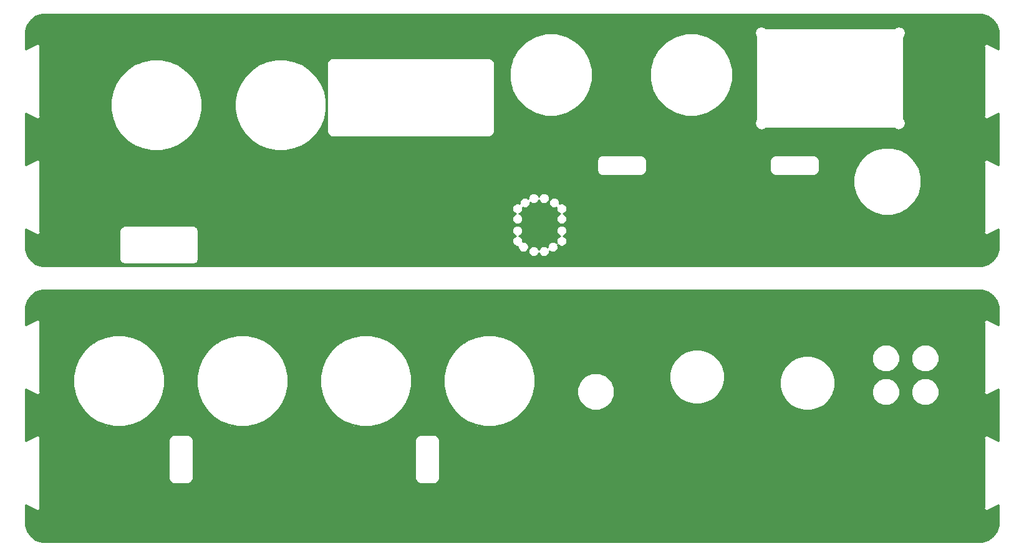
<source format=gbl>
G75*
%MOIN*%
%OFA0B0*%
%FSLAX24Y24*%
%IPPOS*%
%LPD*%
%AMOC8*
5,1,8,0,0,1.08239X$1,22.5*
%
%ADD10C,0.2165*%
%ADD11C,0.0100*%
D10*
X003347Y003563D03*
X003347Y013402D03*
X003347Y018327D03*
X003347Y028166D03*
X050985Y028166D03*
X050985Y018327D03*
X050985Y013402D03*
X050985Y003563D03*
D11*
X002075Y001494D02*
X001769Y001593D01*
X001508Y001783D01*
X001318Y002044D01*
X001218Y002351D01*
X001206Y002512D01*
X001206Y003451D01*
X001754Y003176D01*
X001781Y003150D01*
X001808Y003150D01*
X001831Y003138D01*
X001867Y003150D01*
X001905Y003150D01*
X001924Y003169D01*
X001949Y003177D01*
X001966Y003211D01*
X001993Y003237D01*
X001993Y003264D01*
X002005Y003288D01*
X001993Y003324D01*
X001993Y007015D01*
X002005Y007051D01*
X001993Y007075D01*
X001993Y007102D01*
X001966Y007129D01*
X001949Y007162D01*
X001924Y007171D01*
X001905Y007190D01*
X001867Y007190D01*
X001831Y007202D01*
X001808Y007190D01*
X001781Y007190D01*
X001754Y007163D01*
X001206Y006889D01*
X001206Y009651D01*
X001754Y009377D01*
X001781Y009350D01*
X001808Y009350D01*
X001831Y009338D01*
X001867Y009350D01*
X001905Y009350D01*
X001924Y009369D01*
X001949Y009378D01*
X001966Y009412D01*
X001993Y009438D01*
X001993Y009465D01*
X002005Y009489D01*
X001993Y009525D01*
X001993Y013216D01*
X002005Y013252D01*
X001993Y013276D01*
X001993Y013303D01*
X001966Y013329D01*
X001949Y013363D01*
X001924Y013372D01*
X001905Y013391D01*
X001867Y013391D01*
X001831Y013403D01*
X001808Y013391D01*
X001781Y013391D01*
X001754Y013364D01*
X001206Y013090D01*
X001206Y013930D01*
X001218Y014091D01*
X001318Y014398D01*
X001508Y014659D01*
X001769Y014848D01*
X002075Y014948D01*
X002237Y014961D01*
X052197Y014961D01*
X052359Y014948D01*
X052665Y014848D01*
X052926Y014659D01*
X053116Y014398D01*
X053216Y014091D01*
X053228Y013930D01*
X053228Y013090D01*
X052680Y013364D01*
X052653Y013391D01*
X052626Y013391D01*
X052602Y013403D01*
X052567Y013391D01*
X052529Y013391D01*
X052510Y013372D01*
X052485Y013363D01*
X052468Y013329D01*
X052441Y013303D01*
X052441Y013276D01*
X052429Y013252D01*
X052441Y013216D01*
X052441Y009525D01*
X052429Y009489D01*
X052441Y009465D01*
X052441Y009438D01*
X052468Y009412D01*
X052485Y009378D01*
X052510Y009369D01*
X052529Y009350D01*
X052567Y009350D01*
X052602Y009338D01*
X052626Y009350D01*
X052653Y009350D01*
X052680Y009377D01*
X053228Y009651D01*
X053228Y006889D01*
X052680Y007163D01*
X052653Y007190D01*
X052626Y007190D01*
X052602Y007202D01*
X052567Y007190D01*
X052529Y007190D01*
X052510Y007171D01*
X052485Y007162D01*
X052468Y007129D01*
X052441Y007102D01*
X052441Y007075D01*
X052429Y007051D01*
X052441Y007015D01*
X052441Y003324D01*
X052429Y003288D01*
X052441Y003264D01*
X052441Y003237D01*
X052468Y003211D01*
X052485Y003177D01*
X052510Y003169D01*
X052529Y003150D01*
X052567Y003150D01*
X052602Y003138D01*
X052626Y003150D01*
X052653Y003150D01*
X052680Y003176D01*
X053228Y003451D01*
X053228Y002574D01*
X053228Y002512D01*
X053216Y002351D01*
X053116Y002044D01*
X052926Y001783D01*
X052665Y001593D01*
X052359Y001494D01*
X052197Y001481D01*
X002237Y001481D01*
X002075Y001494D01*
X001970Y001528D02*
X052464Y001528D01*
X052711Y001627D02*
X001723Y001627D01*
X001587Y001725D02*
X052847Y001725D01*
X052956Y001824D02*
X001478Y001824D01*
X001407Y001922D02*
X053027Y001922D01*
X053099Y002021D02*
X001335Y002021D01*
X001294Y002119D02*
X053140Y002119D01*
X053172Y002218D02*
X001262Y002218D01*
X001230Y002316D02*
X053204Y002316D01*
X053221Y002415D02*
X001213Y002415D01*
X001206Y002513D02*
X053228Y002513D01*
X053228Y002612D02*
X001206Y002612D01*
X001206Y002710D02*
X053228Y002710D01*
X053228Y002809D02*
X001206Y002809D01*
X001206Y002907D02*
X053228Y002907D01*
X053228Y003006D02*
X001206Y003006D01*
X001206Y003104D02*
X053228Y003104D01*
X053228Y003203D02*
X052732Y003203D01*
X052929Y003301D02*
X053228Y003301D01*
X053228Y003400D02*
X053126Y003400D01*
X052472Y003203D02*
X001962Y003203D01*
X002001Y003301D02*
X052433Y003301D01*
X052441Y003400D02*
X001993Y003400D01*
X001993Y003498D02*
X052441Y003498D01*
X052441Y003597D02*
X001993Y003597D01*
X001993Y003695D02*
X052441Y003695D01*
X052441Y003794D02*
X001993Y003794D01*
X001993Y003892D02*
X052441Y003892D01*
X052441Y003991D02*
X001993Y003991D01*
X001993Y004089D02*
X052441Y004089D01*
X052441Y004188D02*
X001993Y004188D01*
X001993Y004286D02*
X052441Y004286D01*
X052441Y004385D02*
X001993Y004385D01*
X001993Y004483D02*
X052441Y004483D01*
X052441Y004582D02*
X001993Y004582D01*
X001993Y004680D02*
X008939Y004680D01*
X008939Y004680D01*
X008846Y004841D01*
X008846Y006925D01*
X008846Y006956D01*
X008939Y007117D01*
X008939Y007117D01*
X008939Y007117D01*
X009100Y007209D01*
X009916Y007209D01*
X010077Y007117D01*
X010077Y007117D01*
X010077Y007117D01*
X010170Y006956D01*
X010170Y004841D01*
X010077Y004680D01*
X010077Y004680D01*
X009916Y004587D01*
X009916Y004587D01*
X009100Y004587D01*
X008939Y004680D01*
X008939Y004680D01*
X008882Y004779D02*
X001993Y004779D01*
X001993Y004877D02*
X008846Y004877D01*
X008846Y004976D02*
X001993Y004976D01*
X001993Y005074D02*
X008846Y005074D01*
X008846Y005173D02*
X001993Y005173D01*
X001993Y005271D02*
X008846Y005271D01*
X008846Y005370D02*
X001993Y005370D01*
X001993Y005468D02*
X008846Y005468D01*
X008846Y005567D02*
X001993Y005567D01*
X001993Y005665D02*
X008846Y005665D01*
X008846Y005764D02*
X001993Y005764D01*
X001993Y005862D02*
X008846Y005862D01*
X008846Y005961D02*
X001993Y005961D01*
X001993Y006059D02*
X008846Y006059D01*
X008846Y006158D02*
X001993Y006158D01*
X001993Y006256D02*
X008846Y006256D01*
X008846Y006355D02*
X001993Y006355D01*
X001993Y006453D02*
X008846Y006453D01*
X008846Y006552D02*
X001993Y006552D01*
X001993Y006650D02*
X008846Y006650D01*
X008846Y006749D02*
X001993Y006749D01*
X001993Y006847D02*
X008846Y006847D01*
X008846Y006946D02*
X001993Y006946D01*
X002002Y007044D02*
X008898Y007044D01*
X008985Y007143D02*
X001959Y007143D01*
X001713Y007143D02*
X001206Y007143D01*
X001206Y007241D02*
X053228Y007241D01*
X053228Y007143D02*
X052721Y007143D01*
X052918Y007044D02*
X053228Y007044D01*
X053228Y006946D02*
X053115Y006946D01*
X053228Y007340D02*
X001206Y007340D01*
X001206Y007438D02*
X053228Y007438D01*
X053228Y007537D02*
X001206Y007537D01*
X001206Y007635D02*
X053228Y007635D01*
X053228Y007734D02*
X026661Y007734D01*
X026713Y007744D02*
X027159Y007929D01*
X027561Y008197D01*
X027903Y008539D01*
X028171Y008941D01*
X028356Y009387D01*
X028450Y009861D01*
X028450Y010344D01*
X028356Y010818D01*
X028171Y011265D01*
X027903Y011667D01*
X027561Y012008D01*
X027159Y012277D01*
X026713Y012462D01*
X052441Y012462D01*
X052441Y012560D02*
X001993Y012560D01*
X001993Y012462D02*
X005482Y012462D01*
X005035Y012277D01*
X004633Y012008D01*
X004292Y011667D01*
X004023Y011265D01*
X003838Y010818D01*
X003744Y010344D01*
X003744Y009861D01*
X003838Y009387D01*
X004023Y008941D01*
X004292Y008539D01*
X004633Y008197D01*
X005035Y007929D01*
X005482Y007744D01*
X005956Y007650D01*
X006439Y007650D01*
X006913Y007744D01*
X007359Y007929D01*
X007761Y008197D01*
X008103Y008539D01*
X008371Y008941D01*
X008556Y009387D01*
X008650Y009861D01*
X008650Y010344D01*
X008556Y010818D01*
X008371Y011265D01*
X008103Y011667D01*
X007761Y012008D01*
X007359Y012277D01*
X006913Y012462D01*
X012082Y012462D01*
X011635Y012277D01*
X011233Y012008D01*
X010892Y011667D01*
X010623Y011265D01*
X010438Y010818D01*
X010344Y010344D01*
X010344Y009861D01*
X010438Y009387D01*
X010623Y008941D01*
X010892Y008539D01*
X011233Y008197D01*
X011635Y007929D01*
X012082Y007744D01*
X012556Y007650D01*
X013039Y007650D01*
X013513Y007744D01*
X013959Y007929D01*
X014361Y008197D01*
X014703Y008539D01*
X014971Y008941D01*
X015156Y009387D01*
X015250Y009861D01*
X015250Y010344D01*
X015156Y010818D01*
X014971Y011265D01*
X014703Y011667D01*
X014361Y012008D01*
X013959Y012277D01*
X013513Y012462D01*
X018682Y012462D01*
X018235Y012277D01*
X017833Y012008D01*
X017492Y011667D01*
X017223Y011265D01*
X017038Y010818D01*
X016944Y010344D01*
X016944Y009861D01*
X017038Y009387D01*
X017223Y008941D01*
X017492Y008539D01*
X017833Y008197D01*
X018235Y007929D01*
X018682Y007744D01*
X019156Y007650D01*
X019639Y007650D01*
X020113Y007744D01*
X020559Y007929D01*
X020961Y008197D01*
X021303Y008539D01*
X021571Y008941D01*
X021756Y009387D01*
X021850Y009861D01*
X021850Y010344D01*
X021756Y010818D01*
X021571Y011265D01*
X021303Y011667D01*
X020961Y012008D01*
X020559Y012277D01*
X020113Y012462D01*
X025282Y012462D01*
X024835Y012277D01*
X024433Y012008D01*
X024092Y011667D01*
X023823Y011265D01*
X023638Y010818D01*
X023544Y010344D01*
X023544Y009861D01*
X023638Y009387D01*
X023823Y008941D01*
X024092Y008539D01*
X024433Y008197D01*
X024835Y007929D01*
X025282Y007744D01*
X025756Y007650D01*
X026239Y007650D01*
X026713Y007744D01*
X026926Y007832D02*
X053228Y007832D01*
X053228Y007931D02*
X027162Y007931D01*
X027309Y008029D02*
X053228Y008029D01*
X053228Y008128D02*
X027457Y008128D01*
X027590Y008226D02*
X053228Y008226D01*
X053228Y008325D02*
X027688Y008325D01*
X027787Y008423D02*
X053228Y008423D01*
X053228Y008522D02*
X043251Y008522D01*
X043192Y008506D02*
X043568Y008607D01*
X043905Y008801D01*
X044181Y009077D01*
X044375Y009414D01*
X044476Y009790D01*
X044476Y010179D01*
X044375Y010555D01*
X044181Y010893D01*
X043905Y011168D01*
X043568Y011363D01*
X043192Y011463D01*
X042803Y011463D01*
X042426Y011363D01*
X042089Y011168D01*
X041814Y010893D01*
X041619Y010555D01*
X041519Y010179D01*
X041519Y009790D01*
X041619Y009414D01*
X041814Y009077D01*
X042089Y008801D01*
X042426Y008607D01*
X042803Y008506D01*
X043192Y008506D01*
X043591Y008620D02*
X053228Y008620D01*
X053228Y008719D02*
X043762Y008719D01*
X043921Y008817D02*
X046950Y008817D01*
X047050Y008776D02*
X047345Y008776D01*
X047617Y008888D01*
X047825Y009097D01*
X047938Y009369D01*
X047938Y009663D01*
X047825Y009936D01*
X047617Y010144D01*
X047345Y010257D01*
X047050Y010257D01*
X046778Y010144D01*
X046569Y009936D01*
X046457Y009663D01*
X046457Y009369D01*
X046569Y009097D01*
X046778Y008888D01*
X047050Y008776D01*
X046750Y008916D02*
X044019Y008916D01*
X044118Y009014D02*
X046652Y009014D01*
X046563Y009113D02*
X044201Y009113D01*
X044258Y009211D02*
X046522Y009211D01*
X046481Y009310D02*
X044315Y009310D01*
X044372Y009408D02*
X046457Y009408D01*
X046457Y009507D02*
X044400Y009507D01*
X044426Y009605D02*
X046457Y009605D01*
X046473Y009704D02*
X044453Y009704D01*
X044476Y009802D02*
X046514Y009802D01*
X046555Y009901D02*
X044476Y009901D01*
X044476Y009999D02*
X046633Y009999D01*
X046731Y010098D02*
X044476Y010098D01*
X044471Y010196D02*
X046904Y010196D01*
X047050Y010575D02*
X047345Y010575D01*
X047617Y010688D01*
X047825Y010896D01*
X047938Y011168D01*
X047938Y011463D01*
X047825Y011735D01*
X047617Y011943D01*
X047345Y012056D01*
X047050Y012056D01*
X046778Y011943D01*
X046569Y011735D01*
X046457Y011463D01*
X046457Y011168D01*
X046569Y010896D01*
X046778Y010688D01*
X047050Y010575D01*
X047013Y010590D02*
X044355Y010590D01*
X044392Y010492D02*
X052441Y010492D01*
X052441Y010590D02*
X049482Y010590D01*
X049445Y010575D02*
X049717Y010688D01*
X049925Y010896D01*
X050038Y011168D01*
X050038Y011463D01*
X049925Y011735D01*
X049717Y011943D01*
X049445Y012056D01*
X049150Y012056D01*
X048878Y011943D01*
X048669Y011735D01*
X048557Y011463D01*
X048557Y011168D01*
X048669Y010896D01*
X048878Y010688D01*
X049150Y010575D01*
X049445Y010575D01*
X049718Y010689D02*
X052441Y010689D01*
X052441Y010787D02*
X049816Y010787D01*
X049915Y010886D02*
X052441Y010886D01*
X052441Y010984D02*
X049962Y010984D01*
X050002Y011083D02*
X052441Y011083D01*
X052441Y011181D02*
X050038Y011181D01*
X050038Y011280D02*
X052441Y011280D01*
X052441Y011378D02*
X050038Y011378D01*
X050032Y011477D02*
X052441Y011477D01*
X052441Y011575D02*
X049991Y011575D01*
X049950Y011674D02*
X052441Y011674D01*
X052441Y011772D02*
X049888Y011772D01*
X049789Y011871D02*
X052441Y011871D01*
X052441Y011969D02*
X049654Y011969D01*
X048940Y011969D02*
X047554Y011969D01*
X047689Y011871D02*
X048805Y011871D01*
X048707Y011772D02*
X047788Y011772D01*
X047850Y011674D02*
X048644Y011674D01*
X048603Y011575D02*
X047891Y011575D01*
X047932Y011477D02*
X048562Y011477D01*
X048557Y011378D02*
X047938Y011378D01*
X047938Y011280D02*
X048557Y011280D01*
X048557Y011181D02*
X047938Y011181D01*
X047902Y011083D02*
X048592Y011083D01*
X048633Y010984D02*
X047862Y010984D01*
X047815Y010886D02*
X048680Y010886D01*
X048778Y010787D02*
X047716Y010787D01*
X047618Y010689D02*
X048877Y010689D01*
X049113Y010590D02*
X047382Y010590D01*
X047491Y010196D02*
X049004Y010196D01*
X048878Y010144D02*
X048669Y009936D01*
X048557Y009663D01*
X048557Y009369D01*
X048669Y009097D01*
X048878Y008888D01*
X049150Y008776D01*
X049445Y008776D01*
X049717Y008888D01*
X049925Y009097D01*
X050038Y009369D01*
X050038Y009663D01*
X049925Y009936D01*
X049717Y010144D01*
X049445Y010257D01*
X049150Y010257D01*
X048878Y010144D01*
X048831Y010098D02*
X047663Y010098D01*
X047762Y009999D02*
X048733Y009999D01*
X048655Y009901D02*
X047840Y009901D01*
X047880Y009802D02*
X048614Y009802D01*
X048573Y009704D02*
X047921Y009704D01*
X047938Y009605D02*
X048557Y009605D01*
X048557Y009507D02*
X047938Y009507D01*
X047938Y009408D02*
X048557Y009408D01*
X048581Y009310D02*
X047913Y009310D01*
X047872Y009211D02*
X048622Y009211D01*
X048663Y009113D02*
X047832Y009113D01*
X047743Y009014D02*
X048752Y009014D01*
X048850Y008916D02*
X047644Y008916D01*
X047445Y008817D02*
X049050Y008817D01*
X049545Y008817D02*
X053228Y008817D01*
X053228Y008916D02*
X049744Y008916D01*
X049843Y009014D02*
X053228Y009014D01*
X053228Y009113D02*
X049932Y009113D01*
X049972Y009211D02*
X053228Y009211D01*
X053228Y009310D02*
X050013Y009310D01*
X050038Y009408D02*
X052469Y009408D01*
X052435Y009507D02*
X050038Y009507D01*
X050038Y009605D02*
X052441Y009605D01*
X052441Y009704D02*
X050021Y009704D01*
X049980Y009802D02*
X052441Y009802D01*
X052441Y009901D02*
X049940Y009901D01*
X049862Y009999D02*
X052441Y009999D01*
X052441Y010098D02*
X049763Y010098D01*
X049591Y010196D02*
X052441Y010196D01*
X052441Y010295D02*
X044445Y010295D01*
X044419Y010393D02*
X052441Y010393D01*
X052939Y009507D02*
X053228Y009507D01*
X053228Y009605D02*
X053136Y009605D01*
X053228Y009408D02*
X052742Y009408D01*
X052475Y007143D02*
X023221Y007143D01*
X023266Y007117D02*
X023105Y007209D01*
X023105Y007209D01*
X022289Y007209D01*
X022128Y007117D01*
X022128Y007117D01*
X022128Y007117D01*
X022035Y006956D01*
X022035Y006925D01*
X022035Y004841D01*
X022128Y004680D01*
X010077Y004680D01*
X010134Y004779D02*
X022071Y004779D01*
X022035Y004877D02*
X010170Y004877D01*
X010170Y004976D02*
X022035Y004976D01*
X022035Y005074D02*
X010170Y005074D01*
X010170Y005173D02*
X022035Y005173D01*
X022035Y005271D02*
X010170Y005271D01*
X010170Y005370D02*
X022035Y005370D01*
X022035Y005468D02*
X010170Y005468D01*
X010170Y005567D02*
X022035Y005567D01*
X022035Y005665D02*
X010170Y005665D01*
X010170Y005764D02*
X022035Y005764D01*
X022035Y005862D02*
X010170Y005862D01*
X010170Y005961D02*
X022035Y005961D01*
X022035Y006059D02*
X010170Y006059D01*
X010170Y006158D02*
X022035Y006158D01*
X022035Y006256D02*
X010170Y006256D01*
X010170Y006355D02*
X022035Y006355D01*
X022035Y006453D02*
X010170Y006453D01*
X010170Y006552D02*
X022035Y006552D01*
X022035Y006650D02*
X010170Y006650D01*
X010170Y006749D02*
X022035Y006749D01*
X022035Y006847D02*
X010170Y006847D01*
X010170Y006946D02*
X022035Y006946D01*
X022087Y007044D02*
X010119Y007044D01*
X010032Y007143D02*
X022174Y007143D01*
X023266Y007117D02*
X023266Y007117D01*
X023359Y006956D01*
X023359Y004841D01*
X023266Y004680D01*
X052441Y004680D01*
X052441Y004779D02*
X023323Y004779D01*
X023359Y004877D02*
X052441Y004877D01*
X052441Y004976D02*
X023359Y004976D01*
X023359Y005074D02*
X052441Y005074D01*
X052441Y005173D02*
X023359Y005173D01*
X023359Y005271D02*
X052441Y005271D01*
X052441Y005370D02*
X023359Y005370D01*
X023359Y005468D02*
X052441Y005468D01*
X052441Y005567D02*
X023359Y005567D01*
X023359Y005665D02*
X052441Y005665D01*
X052441Y005764D02*
X023359Y005764D01*
X023359Y005862D02*
X052441Y005862D01*
X052441Y005961D02*
X023359Y005961D01*
X023359Y006059D02*
X052441Y006059D01*
X052441Y006158D02*
X023359Y006158D01*
X023359Y006256D02*
X052441Y006256D01*
X052441Y006355D02*
X023359Y006355D01*
X023359Y006453D02*
X052441Y006453D01*
X052441Y006552D02*
X023359Y006552D01*
X023359Y006650D02*
X052441Y006650D01*
X052441Y006749D02*
X023359Y006749D01*
X023359Y006847D02*
X052441Y006847D01*
X052441Y006946D02*
X023359Y006946D01*
X023308Y007044D02*
X052431Y007044D01*
X046777Y010689D02*
X044298Y010689D01*
X044241Y010787D02*
X046678Y010787D01*
X046580Y010886D02*
X044185Y010886D01*
X044089Y010984D02*
X046533Y010984D01*
X046492Y011083D02*
X043991Y011083D01*
X043882Y011181D02*
X046457Y011181D01*
X046457Y011280D02*
X043712Y011280D01*
X043510Y011378D02*
X046457Y011378D01*
X046462Y011477D02*
X038031Y011477D01*
X038005Y011503D02*
X037668Y011697D01*
X037292Y011798D01*
X036903Y011798D01*
X036526Y011697D01*
X036189Y011503D01*
X035914Y011227D01*
X035719Y010890D01*
X035619Y010514D01*
X035619Y010125D01*
X035719Y009749D01*
X035914Y009411D01*
X036189Y009136D01*
X036526Y008941D01*
X036903Y008841D01*
X037292Y008841D01*
X037668Y008941D01*
X038005Y009136D01*
X038281Y009411D01*
X038475Y009749D01*
X038576Y010125D01*
X038576Y010514D01*
X038475Y010890D01*
X038281Y011227D01*
X038005Y011503D01*
X037880Y011575D02*
X046503Y011575D01*
X046544Y011674D02*
X037709Y011674D01*
X037389Y011772D02*
X046607Y011772D01*
X046705Y011871D02*
X027699Y011871D01*
X027600Y011969D02*
X046840Y011969D01*
X042484Y011378D02*
X038130Y011378D01*
X038228Y011280D02*
X042283Y011280D01*
X042112Y011181D02*
X038307Y011181D01*
X038364Y011083D02*
X042004Y011083D01*
X041905Y010984D02*
X038421Y010984D01*
X038476Y010886D02*
X041810Y010886D01*
X041753Y010787D02*
X038503Y010787D01*
X038529Y010689D02*
X041696Y010689D01*
X041639Y010590D02*
X038556Y010590D01*
X038576Y010492D02*
X041602Y010492D01*
X041576Y010393D02*
X038576Y010393D01*
X038576Y010295D02*
X041549Y010295D01*
X041523Y010196D02*
X038576Y010196D01*
X038569Y010098D02*
X041519Y010098D01*
X041519Y009999D02*
X038542Y009999D01*
X038516Y009901D02*
X041519Y009901D01*
X041519Y009802D02*
X038490Y009802D01*
X038449Y009704D02*
X041542Y009704D01*
X041568Y009605D02*
X038392Y009605D01*
X038336Y009507D02*
X041594Y009507D01*
X041623Y009408D02*
X038277Y009408D01*
X038179Y009310D02*
X041679Y009310D01*
X041736Y009211D02*
X038080Y009211D01*
X037965Y009113D02*
X041793Y009113D01*
X041877Y009014D02*
X037794Y009014D01*
X037572Y008916D02*
X041975Y008916D01*
X042074Y008817D02*
X032392Y008817D01*
X032490Y008916D02*
X036622Y008916D01*
X036400Y009014D02*
X032561Y009014D01*
X032542Y008967D02*
X032694Y009334D01*
X032694Y009730D01*
X032542Y010096D01*
X032262Y010377D01*
X031895Y010528D01*
X031499Y010528D01*
X031133Y010377D01*
X030852Y010096D01*
X030701Y009730D01*
X030701Y009334D01*
X030852Y008967D01*
X031133Y008687D01*
X031499Y008535D01*
X031895Y008535D01*
X032262Y008687D01*
X032542Y008967D01*
X032602Y009113D02*
X036230Y009113D01*
X036114Y009211D02*
X032643Y009211D01*
X032684Y009310D02*
X036016Y009310D01*
X035917Y009408D02*
X032694Y009408D01*
X032694Y009507D02*
X035859Y009507D01*
X035802Y009605D02*
X032694Y009605D01*
X032694Y009704D02*
X035745Y009704D01*
X035705Y009802D02*
X032664Y009802D01*
X032623Y009901D02*
X035679Y009901D01*
X035652Y009999D02*
X032582Y009999D01*
X032541Y010098D02*
X035626Y010098D01*
X035619Y010196D02*
X032442Y010196D01*
X032344Y010295D02*
X035619Y010295D01*
X035619Y010393D02*
X032222Y010393D01*
X031984Y010492D02*
X035619Y010492D01*
X035639Y010590D02*
X028402Y010590D01*
X028421Y010492D02*
X031410Y010492D01*
X031173Y010393D02*
X028441Y010393D01*
X028450Y010295D02*
X031051Y010295D01*
X030952Y010196D02*
X028450Y010196D01*
X028450Y010098D02*
X030854Y010098D01*
X030812Y009999D02*
X028450Y009999D01*
X028450Y009901D02*
X030771Y009901D01*
X030731Y009802D02*
X028439Y009802D01*
X028419Y009704D02*
X030701Y009704D01*
X030701Y009605D02*
X028399Y009605D01*
X028380Y009507D02*
X030701Y009507D01*
X030701Y009408D02*
X028360Y009408D01*
X028324Y009310D02*
X030711Y009310D01*
X030752Y009211D02*
X028283Y009211D01*
X028242Y009113D02*
X030792Y009113D01*
X030833Y009014D02*
X028202Y009014D01*
X028154Y008916D02*
X030904Y008916D01*
X031003Y008817D02*
X028089Y008817D01*
X028023Y008719D02*
X031101Y008719D01*
X031295Y008620D02*
X027957Y008620D01*
X027885Y008522D02*
X042744Y008522D01*
X042403Y008620D02*
X032100Y008620D01*
X032293Y008719D02*
X042233Y008719D01*
X036806Y011772D02*
X027797Y011772D01*
X027896Y011674D02*
X036486Y011674D01*
X036315Y011575D02*
X027964Y011575D01*
X028030Y011477D02*
X036163Y011477D01*
X036065Y011378D02*
X028095Y011378D01*
X028161Y011280D02*
X035966Y011280D01*
X035887Y011181D02*
X028206Y011181D01*
X028247Y011083D02*
X035830Y011083D01*
X035774Y010984D02*
X028287Y010984D01*
X028328Y010886D02*
X035718Y010886D01*
X035692Y010787D02*
X028362Y010787D01*
X028382Y010689D02*
X035665Y010689D01*
X027472Y012068D02*
X052441Y012068D01*
X052441Y012166D02*
X027325Y012166D01*
X027177Y012265D02*
X052441Y012265D01*
X052441Y012363D02*
X026951Y012363D01*
X026713Y012462D02*
X026239Y012556D01*
X025756Y012556D01*
X025282Y012462D01*
X025044Y012363D02*
X020351Y012363D01*
X020577Y012265D02*
X024817Y012265D01*
X024670Y012166D02*
X020725Y012166D01*
X020872Y012068D02*
X024522Y012068D01*
X024394Y011969D02*
X021000Y011969D01*
X021099Y011871D02*
X024296Y011871D01*
X024197Y011772D02*
X021197Y011772D01*
X021296Y011674D02*
X024099Y011674D01*
X024031Y011575D02*
X021364Y011575D01*
X021430Y011477D02*
X023965Y011477D01*
X023899Y011378D02*
X021495Y011378D01*
X021561Y011280D02*
X023833Y011280D01*
X023789Y011181D02*
X021606Y011181D01*
X021647Y011083D02*
X023748Y011083D01*
X023707Y010984D02*
X021687Y010984D01*
X021728Y010886D02*
X023666Y010886D01*
X023632Y010787D02*
X021762Y010787D01*
X021782Y010689D02*
X023613Y010689D01*
X023593Y010590D02*
X021802Y010590D01*
X021821Y010492D02*
X023573Y010492D01*
X023554Y010393D02*
X021841Y010393D01*
X021850Y010295D02*
X023544Y010295D01*
X023544Y010196D02*
X021850Y010196D01*
X021850Y010098D02*
X023544Y010098D01*
X023544Y009999D02*
X021850Y009999D01*
X021850Y009901D02*
X023544Y009901D01*
X023556Y009802D02*
X021839Y009802D01*
X021819Y009704D02*
X023575Y009704D01*
X023595Y009605D02*
X021799Y009605D01*
X021780Y009507D02*
X023615Y009507D01*
X023634Y009408D02*
X021760Y009408D01*
X021724Y009310D02*
X023670Y009310D01*
X023711Y009211D02*
X021683Y009211D01*
X021642Y009113D02*
X023752Y009113D01*
X023793Y009014D02*
X021602Y009014D01*
X021554Y008916D02*
X023840Y008916D01*
X023906Y008817D02*
X021489Y008817D01*
X021423Y008719D02*
X023972Y008719D01*
X024038Y008620D02*
X021357Y008620D01*
X021285Y008522D02*
X024109Y008522D01*
X024208Y008423D02*
X021187Y008423D01*
X021088Y008325D02*
X024306Y008325D01*
X024405Y008226D02*
X020990Y008226D01*
X020857Y008128D02*
X024538Y008128D01*
X024685Y008029D02*
X020709Y008029D01*
X020562Y007931D02*
X024833Y007931D01*
X025069Y007832D02*
X020326Y007832D01*
X020061Y007734D02*
X025333Y007734D01*
X023266Y004680D02*
X023266Y004680D01*
X023266Y004680D01*
X023105Y004587D01*
X022289Y004587D01*
X022128Y004680D01*
X022128Y004680D01*
X022128Y004680D01*
X018733Y007734D02*
X013461Y007734D01*
X013726Y007832D02*
X018469Y007832D01*
X018233Y007931D02*
X013962Y007931D01*
X014109Y008029D02*
X018085Y008029D01*
X017938Y008128D02*
X014257Y008128D01*
X014390Y008226D02*
X017805Y008226D01*
X017706Y008325D02*
X014488Y008325D01*
X014587Y008423D02*
X017608Y008423D01*
X017509Y008522D02*
X014685Y008522D01*
X014757Y008620D02*
X017438Y008620D01*
X017372Y008719D02*
X014823Y008719D01*
X014889Y008817D02*
X017306Y008817D01*
X017240Y008916D02*
X014954Y008916D01*
X015002Y009014D02*
X017193Y009014D01*
X017152Y009113D02*
X015042Y009113D01*
X015083Y009211D02*
X017111Y009211D01*
X017070Y009310D02*
X015124Y009310D01*
X015160Y009408D02*
X017034Y009408D01*
X017015Y009507D02*
X015180Y009507D01*
X015199Y009605D02*
X016995Y009605D01*
X016975Y009704D02*
X015219Y009704D01*
X015239Y009802D02*
X016956Y009802D01*
X016944Y009901D02*
X015250Y009901D01*
X015250Y009999D02*
X016944Y009999D01*
X016944Y010098D02*
X015250Y010098D01*
X015250Y010196D02*
X016944Y010196D01*
X016944Y010295D02*
X015250Y010295D01*
X015241Y010393D02*
X016954Y010393D01*
X016973Y010492D02*
X015221Y010492D01*
X015202Y010590D02*
X016993Y010590D01*
X017013Y010689D02*
X015182Y010689D01*
X015162Y010787D02*
X017032Y010787D01*
X017066Y010886D02*
X015128Y010886D01*
X015087Y010984D02*
X017107Y010984D01*
X017148Y011083D02*
X015047Y011083D01*
X015006Y011181D02*
X017189Y011181D01*
X017233Y011280D02*
X014961Y011280D01*
X014895Y011378D02*
X017299Y011378D01*
X017365Y011477D02*
X014830Y011477D01*
X014764Y011575D02*
X017431Y011575D01*
X017499Y011674D02*
X014696Y011674D01*
X014597Y011772D02*
X017597Y011772D01*
X017696Y011871D02*
X014499Y011871D01*
X014400Y011969D02*
X017794Y011969D01*
X017922Y012068D02*
X014272Y012068D01*
X014125Y012166D02*
X018070Y012166D01*
X018217Y012265D02*
X013977Y012265D01*
X013751Y012363D02*
X018444Y012363D01*
X018682Y012462D02*
X019156Y012556D01*
X019639Y012556D01*
X020113Y012462D01*
X013513Y012462D02*
X013039Y012556D01*
X012556Y012556D01*
X012082Y012462D01*
X011844Y012363D02*
X007151Y012363D01*
X007377Y012265D02*
X011617Y012265D01*
X011470Y012166D02*
X007525Y012166D01*
X007672Y012068D02*
X011322Y012068D01*
X011194Y011969D02*
X007800Y011969D01*
X007899Y011871D02*
X011096Y011871D01*
X010997Y011772D02*
X007997Y011772D01*
X008096Y011674D02*
X010899Y011674D01*
X010831Y011575D02*
X008164Y011575D01*
X008230Y011477D02*
X010765Y011477D01*
X010699Y011378D02*
X008295Y011378D01*
X008361Y011280D02*
X010633Y011280D01*
X010589Y011181D02*
X008406Y011181D01*
X008447Y011083D02*
X010548Y011083D01*
X010507Y010984D02*
X008487Y010984D01*
X008528Y010886D02*
X010466Y010886D01*
X010432Y010787D02*
X008562Y010787D01*
X008582Y010689D02*
X010413Y010689D01*
X010393Y010590D02*
X008602Y010590D01*
X008621Y010492D02*
X010373Y010492D01*
X010354Y010393D02*
X008641Y010393D01*
X008650Y010295D02*
X010344Y010295D01*
X010344Y010196D02*
X008650Y010196D01*
X008650Y010098D02*
X010344Y010098D01*
X010344Y009999D02*
X008650Y009999D01*
X008650Y009901D02*
X010344Y009901D01*
X010356Y009802D02*
X008639Y009802D01*
X008619Y009704D02*
X010375Y009704D01*
X010395Y009605D02*
X008599Y009605D01*
X008580Y009507D02*
X010415Y009507D01*
X010434Y009408D02*
X008560Y009408D01*
X008524Y009310D02*
X010470Y009310D01*
X010511Y009211D02*
X008483Y009211D01*
X008442Y009113D02*
X010552Y009113D01*
X010593Y009014D02*
X008402Y009014D01*
X008354Y008916D02*
X010640Y008916D01*
X010706Y008817D02*
X008289Y008817D01*
X008223Y008719D02*
X010772Y008719D01*
X010838Y008620D02*
X008157Y008620D01*
X008085Y008522D02*
X010909Y008522D01*
X011008Y008423D02*
X007987Y008423D01*
X007888Y008325D02*
X011106Y008325D01*
X011205Y008226D02*
X007790Y008226D01*
X007657Y008128D02*
X011338Y008128D01*
X011485Y008029D02*
X007509Y008029D01*
X007362Y007931D02*
X011633Y007931D01*
X011869Y007832D02*
X007126Y007832D01*
X006861Y007734D02*
X012133Y007734D01*
X005533Y007734D02*
X001206Y007734D01*
X001206Y007832D02*
X005269Y007832D01*
X005033Y007931D02*
X001206Y007931D01*
X001206Y008029D02*
X004885Y008029D01*
X004738Y008128D02*
X001206Y008128D01*
X001206Y008226D02*
X004605Y008226D01*
X004506Y008325D02*
X001206Y008325D01*
X001206Y008423D02*
X004408Y008423D01*
X004309Y008522D02*
X001206Y008522D01*
X001206Y008620D02*
X004238Y008620D01*
X004172Y008719D02*
X001206Y008719D01*
X001206Y008817D02*
X004106Y008817D01*
X004040Y008916D02*
X001206Y008916D01*
X001206Y009014D02*
X003993Y009014D01*
X003952Y009113D02*
X001206Y009113D01*
X001206Y009211D02*
X003911Y009211D01*
X003870Y009310D02*
X001206Y009310D01*
X001206Y009408D02*
X001692Y009408D01*
X001495Y009507D02*
X001206Y009507D01*
X001206Y009605D02*
X001298Y009605D01*
X001993Y009605D02*
X003795Y009605D01*
X003815Y009507D02*
X001999Y009507D01*
X001964Y009408D02*
X003834Y009408D01*
X003775Y009704D02*
X001993Y009704D01*
X001993Y009802D02*
X003756Y009802D01*
X003744Y009901D02*
X001993Y009901D01*
X001993Y009999D02*
X003744Y009999D01*
X003744Y010098D02*
X001993Y010098D01*
X001993Y010196D02*
X003744Y010196D01*
X003744Y010295D02*
X001993Y010295D01*
X001993Y010393D02*
X003754Y010393D01*
X003773Y010492D02*
X001993Y010492D01*
X001993Y010590D02*
X003793Y010590D01*
X003813Y010689D02*
X001993Y010689D01*
X001993Y010787D02*
X003832Y010787D01*
X003866Y010886D02*
X001993Y010886D01*
X001993Y010984D02*
X003907Y010984D01*
X003948Y011083D02*
X001993Y011083D01*
X001993Y011181D02*
X003989Y011181D01*
X004033Y011280D02*
X001993Y011280D01*
X001993Y011378D02*
X004099Y011378D01*
X004165Y011477D02*
X001993Y011477D01*
X001993Y011575D02*
X004231Y011575D01*
X004299Y011674D02*
X001993Y011674D01*
X001993Y011772D02*
X004397Y011772D01*
X004496Y011871D02*
X001993Y011871D01*
X001993Y011969D02*
X004594Y011969D01*
X004722Y012068D02*
X001993Y012068D01*
X001993Y012166D02*
X004870Y012166D01*
X005017Y012265D02*
X001993Y012265D01*
X001993Y012363D02*
X005244Y012363D01*
X005482Y012462D02*
X005956Y012556D01*
X006439Y012556D01*
X006913Y012462D01*
X001993Y012659D02*
X052441Y012659D01*
X052441Y012757D02*
X001993Y012757D01*
X001993Y012856D02*
X052441Y012856D01*
X052441Y012954D02*
X001993Y012954D01*
X001993Y013053D02*
X052441Y013053D01*
X052441Y013151D02*
X001993Y013151D01*
X002004Y013250D02*
X052430Y013250D01*
X052477Y013348D02*
X001957Y013348D01*
X001723Y013348D02*
X001206Y013348D01*
X001206Y013250D02*
X001526Y013250D01*
X001329Y013151D02*
X001206Y013151D01*
X001206Y013447D02*
X053228Y013447D01*
X053228Y013545D02*
X001206Y013545D01*
X001206Y013644D02*
X053228Y013644D01*
X053228Y013742D02*
X001206Y013742D01*
X001206Y013841D02*
X053228Y013841D01*
X053228Y013939D02*
X001206Y013939D01*
X001214Y014038D02*
X053220Y014038D01*
X053201Y014136D02*
X001233Y014136D01*
X001265Y014235D02*
X053169Y014235D01*
X053137Y014333D02*
X001297Y014333D01*
X001343Y014432D02*
X053091Y014432D01*
X053020Y014530D02*
X001414Y014530D01*
X001486Y014629D02*
X052948Y014629D01*
X052832Y014727D02*
X001602Y014727D01*
X001737Y014826D02*
X052696Y014826D01*
X052432Y014924D02*
X002002Y014924D01*
X002075Y016258D02*
X001769Y016357D01*
X001508Y016547D01*
X001318Y016808D01*
X001218Y017115D01*
X001206Y017276D01*
X001206Y018214D01*
X001754Y017940D01*
X001781Y017913D01*
X001808Y017913D01*
X001831Y017901D01*
X001867Y017913D01*
X001905Y017913D01*
X001924Y017932D01*
X001949Y017941D01*
X001966Y017975D01*
X001993Y018001D01*
X001993Y018028D01*
X002005Y018052D01*
X001993Y018088D01*
X001993Y021779D01*
X002005Y021815D01*
X001993Y021839D01*
X001993Y021866D01*
X001966Y021892D01*
X001949Y021926D01*
X001924Y021935D01*
X001905Y021954D01*
X001867Y021954D01*
X001831Y021965D01*
X001808Y021954D01*
X001781Y021954D01*
X001754Y021927D01*
X001206Y021653D01*
X001206Y024415D01*
X001754Y024141D01*
X001781Y024114D01*
X001808Y024114D01*
X001831Y024102D01*
X001867Y024114D01*
X001905Y024114D01*
X001924Y024133D01*
X001949Y024142D01*
X001966Y024175D01*
X001993Y024202D01*
X001993Y024229D01*
X002005Y024253D01*
X001993Y024289D01*
X001993Y027980D01*
X002005Y028016D01*
X001993Y028040D01*
X001993Y028066D01*
X001966Y028093D01*
X001949Y028127D01*
X001924Y028135D01*
X001905Y028154D01*
X001867Y028154D01*
X001831Y028166D01*
X001808Y028154D01*
X001781Y028154D01*
X001754Y028128D01*
X001206Y027853D01*
X001206Y028693D01*
X001218Y028855D01*
X001318Y029161D01*
X001508Y029422D01*
X001769Y029612D01*
X002075Y029712D01*
X002237Y029724D01*
X052197Y029724D01*
X052359Y029712D01*
X052665Y029612D01*
X052926Y029422D01*
X053116Y029161D01*
X053216Y028855D01*
X053228Y028693D01*
X053228Y027853D01*
X052680Y028128D01*
X052653Y028154D01*
X052626Y028154D01*
X052602Y028166D01*
X052567Y028154D01*
X052529Y028154D01*
X052510Y028135D01*
X052485Y028127D01*
X052468Y028093D01*
X052441Y028066D01*
X052441Y028040D01*
X052429Y028016D01*
X052441Y027980D01*
X052441Y024289D01*
X052429Y024253D01*
X052441Y024229D01*
X052441Y024202D01*
X052468Y024175D01*
X052485Y024142D01*
X052510Y024133D01*
X052529Y024114D01*
X052567Y024114D01*
X052602Y024102D01*
X052626Y024114D01*
X052653Y024114D01*
X052680Y024141D01*
X053228Y024415D01*
X053228Y021653D01*
X052680Y021927D01*
X052653Y021954D01*
X052626Y021954D01*
X052602Y021965D01*
X052567Y021954D01*
X052529Y021954D01*
X052510Y021935D01*
X052485Y021926D01*
X052468Y021892D01*
X052441Y021866D01*
X052441Y021839D01*
X052429Y021815D01*
X052441Y021779D01*
X052441Y018088D01*
X052429Y018052D01*
X052441Y018028D01*
X052441Y018001D01*
X052468Y017975D01*
X052485Y017941D01*
X052510Y017932D01*
X052529Y017913D01*
X052567Y017913D01*
X052602Y017901D01*
X052626Y017913D01*
X052653Y017913D01*
X052680Y017940D01*
X053228Y018214D01*
X053228Y017338D01*
X053228Y017276D01*
X053216Y017115D01*
X053116Y016808D01*
X052926Y016547D01*
X052665Y016357D01*
X052359Y016258D01*
X052197Y016245D01*
X002237Y016245D01*
X002075Y016258D01*
X001935Y016303D02*
X052499Y016303D01*
X052726Y016402D02*
X010321Y016402D01*
X010372Y016432D02*
X010372Y016432D01*
X010465Y016592D01*
X010465Y016623D01*
X010465Y018156D01*
X010372Y018317D01*
X010211Y018410D01*
X006482Y018410D01*
X006321Y018317D01*
X006228Y018156D01*
X006228Y016592D01*
X006321Y016432D01*
X006321Y016432D01*
X006482Y016339D01*
X010211Y016339D01*
X010372Y016432D01*
X010372Y016432D01*
X010412Y016500D02*
X052862Y016500D01*
X052964Y016599D02*
X010465Y016599D01*
X010465Y016697D02*
X053036Y016697D01*
X053107Y016796D02*
X029083Y016796D01*
X029089Y016798D02*
X029170Y016879D01*
X029214Y016985D01*
X029214Y017056D01*
X029235Y017034D01*
X029341Y016990D01*
X029455Y016990D01*
X029561Y017034D01*
X029642Y017115D01*
X029686Y017221D01*
X029686Y017335D01*
X029661Y017396D01*
X029708Y017349D01*
X029813Y017305D01*
X029928Y017305D01*
X030034Y017349D01*
X030115Y017430D01*
X030158Y017536D01*
X030158Y017650D01*
X030115Y017756D01*
X030034Y017837D01*
X029957Y017869D01*
X030034Y017900D01*
X030115Y017981D01*
X030158Y018087D01*
X030158Y018202D01*
X030115Y018307D01*
X030034Y018388D01*
X029928Y018432D01*
X029813Y018432D01*
X029708Y018388D01*
X029627Y018307D01*
X029583Y018202D01*
X029583Y018087D01*
X029627Y017981D01*
X029708Y017900D01*
X029784Y017869D01*
X029708Y017837D01*
X029627Y017756D01*
X029583Y017650D01*
X029583Y017536D01*
X029608Y017476D01*
X029561Y017522D01*
X029455Y017566D01*
X029341Y017566D01*
X029235Y017522D01*
X029154Y017441D01*
X029110Y017335D01*
X029110Y017264D01*
X029089Y017286D01*
X028983Y017330D01*
X028869Y017330D01*
X028763Y017286D01*
X028682Y017205D01*
X028650Y017129D01*
X028619Y017205D01*
X028538Y017286D01*
X028432Y017330D01*
X028317Y017330D01*
X028212Y017286D01*
X028131Y017205D01*
X028087Y017099D01*
X028087Y016985D01*
X028131Y016879D01*
X028212Y016798D01*
X028317Y016754D01*
X028432Y016754D01*
X028538Y016798D01*
X028619Y016879D01*
X028650Y016955D01*
X028682Y016879D01*
X028763Y016798D01*
X028869Y016754D01*
X028983Y016754D01*
X029089Y016798D01*
X029176Y016894D02*
X053144Y016894D01*
X053176Y016993D02*
X029461Y016993D01*
X029336Y016993D02*
X029214Y016993D01*
X029110Y017288D02*
X029083Y017288D01*
X029132Y017387D02*
X028090Y017387D01*
X028111Y017335D02*
X028067Y017441D01*
X027986Y017522D01*
X027881Y017566D01*
X027796Y017566D01*
X027796Y017650D01*
X027752Y017756D01*
X027671Y017837D01*
X027595Y017869D01*
X027671Y017900D01*
X027752Y017981D01*
X027796Y018087D01*
X027796Y018202D01*
X027752Y018307D01*
X027671Y018388D01*
X027566Y018432D01*
X027451Y018432D01*
X027345Y018388D01*
X027264Y018307D01*
X027221Y018202D01*
X027221Y018087D01*
X027264Y017981D01*
X027345Y017900D01*
X027422Y017869D01*
X027345Y017837D01*
X027264Y017756D01*
X027221Y017650D01*
X027221Y017536D01*
X027264Y017430D01*
X027345Y017349D01*
X027451Y017305D01*
X027536Y017305D01*
X027536Y017221D01*
X027579Y017115D01*
X027660Y017034D01*
X027766Y016990D01*
X027881Y016990D01*
X027986Y017034D01*
X028067Y017115D01*
X028111Y017221D01*
X028111Y017335D01*
X028111Y017288D02*
X028217Y017288D01*
X028124Y017190D02*
X028098Y017190D01*
X028087Y017091D02*
X028043Y017091D01*
X028087Y016993D02*
X027886Y016993D01*
X027761Y016993D02*
X010465Y016993D01*
X010465Y017091D02*
X027603Y017091D01*
X027549Y017190D02*
X010465Y017190D01*
X010465Y017288D02*
X027536Y017288D01*
X027308Y017387D02*
X010465Y017387D01*
X010465Y017485D02*
X027242Y017485D01*
X027221Y017584D02*
X010465Y017584D01*
X010465Y017682D02*
X027234Y017682D01*
X027289Y017781D02*
X010465Y017781D01*
X010465Y017879D02*
X027397Y017879D01*
X027268Y017978D02*
X010465Y017978D01*
X010465Y018076D02*
X027225Y018076D01*
X027221Y018175D02*
X010455Y018175D01*
X010398Y018273D02*
X027250Y018273D01*
X027329Y018372D02*
X010278Y018372D01*
X010372Y018317D02*
X010372Y018317D01*
X010372Y018317D01*
X010465Y016894D02*
X028124Y016894D01*
X028217Y016796D02*
X010465Y016796D01*
X006373Y016402D02*
X001707Y016402D01*
X001572Y016500D02*
X006282Y016500D01*
X006321Y016432D02*
X006321Y016432D01*
X006228Y016599D02*
X001470Y016599D01*
X001398Y016697D02*
X006228Y016697D01*
X006228Y016796D02*
X001327Y016796D01*
X001290Y016894D02*
X006228Y016894D01*
X006228Y016993D02*
X001258Y016993D01*
X001226Y017091D02*
X006228Y017091D01*
X006228Y017190D02*
X001212Y017190D01*
X001206Y017288D02*
X006228Y017288D01*
X006228Y017387D02*
X001206Y017387D01*
X001206Y017485D02*
X006228Y017485D01*
X006228Y017584D02*
X001206Y017584D01*
X001206Y017682D02*
X006228Y017682D01*
X006228Y017781D02*
X001206Y017781D01*
X001206Y017879D02*
X006228Y017879D01*
X006228Y017978D02*
X001969Y017978D01*
X001997Y018076D02*
X006228Y018076D01*
X006239Y018175D02*
X001993Y018175D01*
X001993Y018273D02*
X006296Y018273D01*
X006321Y018317D02*
X006321Y018317D01*
X006415Y018372D02*
X001993Y018372D01*
X001993Y018470D02*
X052441Y018470D01*
X052441Y018372D02*
X030050Y018372D01*
X030129Y018273D02*
X052441Y018273D01*
X052441Y018175D02*
X030158Y018175D01*
X030154Y018076D02*
X052437Y018076D01*
X052465Y017978D02*
X030111Y017978D01*
X029982Y017879D02*
X053228Y017879D01*
X053228Y017781D02*
X030090Y017781D01*
X030145Y017682D02*
X053228Y017682D01*
X053228Y017584D02*
X030158Y017584D01*
X030137Y017485D02*
X053228Y017485D01*
X053228Y017387D02*
X030071Y017387D01*
X029686Y017288D02*
X053228Y017288D01*
X053222Y017190D02*
X029673Y017190D01*
X029618Y017091D02*
X053208Y017091D01*
X053228Y017978D02*
X052755Y017978D01*
X052952Y018076D02*
X053228Y018076D01*
X053228Y018175D02*
X053149Y018175D01*
X052441Y018569D02*
X030072Y018569D01*
X030034Y018530D02*
X030115Y018611D01*
X030158Y018717D01*
X030158Y018831D01*
X030115Y018937D01*
X030034Y019018D01*
X029957Y019050D01*
X030034Y019081D01*
X030115Y019162D01*
X030158Y019268D01*
X030158Y019383D01*
X030115Y019488D01*
X030034Y019569D01*
X029928Y019613D01*
X029813Y019613D01*
X029765Y019593D01*
X029765Y019698D01*
X029721Y019803D01*
X029640Y019884D01*
X029534Y019928D01*
X029420Y019928D01*
X029314Y019884D01*
X029233Y019803D01*
X029189Y019698D01*
X029189Y019583D01*
X029233Y019477D01*
X029314Y019396D01*
X029420Y019353D01*
X029534Y019353D01*
X029583Y019373D01*
X029583Y019268D01*
X029627Y019162D01*
X029708Y019081D01*
X029784Y019050D01*
X029708Y019018D01*
X029627Y018937D01*
X029583Y018831D01*
X029583Y018717D01*
X029627Y018611D01*
X029708Y018530D01*
X029813Y018486D01*
X029928Y018486D01*
X030034Y018530D01*
X030138Y018667D02*
X052441Y018667D01*
X052441Y018766D02*
X030158Y018766D01*
X030145Y018864D02*
X052441Y018864D01*
X052441Y018963D02*
X047536Y018963D01*
X047514Y018957D02*
X047977Y019081D01*
X048393Y019321D01*
X048733Y019660D01*
X048973Y020076D01*
X049097Y020540D01*
X049097Y021020D01*
X048973Y021484D01*
X048733Y021899D01*
X048393Y022239D01*
X047977Y022479D01*
X047514Y022603D01*
X047034Y022603D01*
X046570Y022479D01*
X046154Y022239D01*
X045815Y021899D01*
X045575Y021484D01*
X045450Y021020D01*
X045450Y020540D01*
X045575Y020076D01*
X045815Y019660D01*
X046154Y019321D01*
X046570Y019081D01*
X047034Y018957D01*
X047514Y018957D01*
X047903Y019061D02*
X052441Y019061D01*
X052441Y019160D02*
X048114Y019160D01*
X048284Y019258D02*
X052441Y019258D01*
X052441Y019357D02*
X048429Y019357D01*
X048527Y019455D02*
X052441Y019455D01*
X052441Y019554D02*
X048626Y019554D01*
X048724Y019652D02*
X052441Y019652D01*
X052441Y019751D02*
X048785Y019751D01*
X048842Y019849D02*
X052441Y019849D01*
X052441Y019948D02*
X048898Y019948D01*
X048955Y020046D02*
X052441Y020046D01*
X052441Y020145D02*
X048991Y020145D01*
X049017Y020243D02*
X052441Y020243D01*
X052441Y020342D02*
X049044Y020342D01*
X049070Y020440D02*
X052441Y020440D01*
X052441Y020539D02*
X049097Y020539D01*
X049097Y020637D02*
X052441Y020637D01*
X052441Y020736D02*
X049097Y020736D01*
X049097Y020834D02*
X052441Y020834D01*
X052441Y020933D02*
X049097Y020933D01*
X049094Y021031D02*
X052441Y021031D01*
X052441Y021130D02*
X049067Y021130D01*
X049041Y021228D02*
X052441Y021228D01*
X052441Y021327D02*
X049015Y021327D01*
X048988Y021425D02*
X052441Y021425D01*
X052441Y021524D02*
X048950Y021524D01*
X048893Y021622D02*
X052441Y021622D01*
X052441Y021721D02*
X048836Y021721D01*
X048779Y021819D02*
X052431Y021819D01*
X052480Y021918D02*
X048714Y021918D01*
X048616Y022016D02*
X053228Y022016D01*
X053228Y021918D02*
X052698Y021918D01*
X052895Y021819D02*
X053228Y021819D01*
X053228Y021721D02*
X053092Y021721D01*
X053228Y022115D02*
X048517Y022115D01*
X048419Y022213D02*
X053228Y022213D01*
X053228Y022312D02*
X048267Y022312D01*
X048096Y022410D02*
X053228Y022410D01*
X053228Y022509D02*
X047866Y022509D01*
X046681Y022509D02*
X015565Y022509D01*
X015563Y022508D02*
X016009Y022693D01*
X016411Y022961D01*
X016753Y023303D01*
X017021Y023705D01*
X017206Y024151D01*
X017300Y024625D01*
X017300Y025108D01*
X017206Y025582D01*
X017021Y026029D01*
X016753Y026430D01*
X016411Y026772D01*
X016009Y027040D01*
X015563Y027225D01*
X015089Y027320D01*
X014606Y027320D01*
X014132Y027225D01*
X013685Y027040D01*
X013283Y026772D01*
X012942Y026430D01*
X012673Y026029D01*
X012488Y025582D01*
X012394Y025108D01*
X012394Y024625D01*
X012488Y024151D01*
X012673Y023705D01*
X012942Y023303D01*
X013283Y022961D01*
X013685Y022693D01*
X014132Y022508D01*
X014606Y022413D01*
X015089Y022413D01*
X015563Y022508D01*
X015803Y022607D02*
X053228Y022607D01*
X053228Y022706D02*
X016029Y022706D01*
X016176Y022804D02*
X053228Y022804D01*
X053228Y022903D02*
X016324Y022903D01*
X016451Y023001D02*
X053228Y023001D01*
X053228Y023100D02*
X016550Y023100D01*
X016648Y023198D02*
X017498Y023198D01*
X017569Y023157D02*
X017408Y023250D01*
X017408Y023250D01*
X017408Y023250D01*
X017315Y023411D01*
X017315Y027141D01*
X017408Y027302D01*
X017408Y027302D01*
X017569Y027394D01*
X026022Y027394D01*
X026183Y027302D01*
X026183Y027302D01*
X026183Y027302D01*
X026276Y027141D01*
X026276Y023442D01*
X026276Y023411D01*
X026183Y023250D01*
X026183Y023250D01*
X026022Y023157D01*
X017569Y023157D01*
X017381Y023297D02*
X016747Y023297D01*
X016814Y023395D02*
X017324Y023395D01*
X017315Y023494D02*
X016880Y023494D01*
X016946Y023592D02*
X017315Y023592D01*
X017315Y023691D02*
X017012Y023691D01*
X017056Y023789D02*
X017315Y023789D01*
X017315Y023888D02*
X017097Y023888D01*
X017138Y023986D02*
X017315Y023986D01*
X017315Y024085D02*
X017179Y024085D01*
X017213Y024183D02*
X017315Y024183D01*
X017315Y024282D02*
X017232Y024282D01*
X017252Y024380D02*
X017315Y024380D01*
X017315Y024479D02*
X017271Y024479D01*
X017291Y024577D02*
X017315Y024577D01*
X017315Y024676D02*
X017300Y024676D01*
X017300Y024774D02*
X017315Y024774D01*
X017315Y024873D02*
X017300Y024873D01*
X017300Y024971D02*
X017315Y024971D01*
X017315Y025070D02*
X017300Y025070D01*
X017288Y025168D02*
X017315Y025168D01*
X017315Y025267D02*
X017269Y025267D01*
X017249Y025365D02*
X017315Y025365D01*
X017315Y025464D02*
X017230Y025464D01*
X017210Y025562D02*
X017315Y025562D01*
X017315Y025661D02*
X017174Y025661D01*
X017133Y025759D02*
X017315Y025759D01*
X017315Y025858D02*
X017092Y025858D01*
X017051Y025956D02*
X017315Y025956D01*
X017315Y026055D02*
X017004Y026055D01*
X016938Y026153D02*
X017315Y026153D01*
X017315Y026252D02*
X016872Y026252D01*
X016806Y026350D02*
X017315Y026350D01*
X017315Y026449D02*
X016734Y026449D01*
X016636Y026547D02*
X017315Y026547D01*
X017315Y026646D02*
X016537Y026646D01*
X016439Y026744D02*
X017315Y026744D01*
X017315Y026843D02*
X016305Y026843D01*
X016158Y026941D02*
X017315Y026941D01*
X017315Y027040D02*
X016010Y027040D01*
X015773Y027138D02*
X017315Y027138D01*
X017370Y027237D02*
X015506Y027237D01*
X014188Y027237D02*
X008856Y027237D01*
X008913Y027225D02*
X008439Y027320D01*
X007956Y027320D01*
X007482Y027225D01*
X007035Y027040D01*
X006633Y026772D01*
X006292Y026430D01*
X006023Y026029D01*
X005838Y025582D01*
X005744Y025108D01*
X005744Y024625D01*
X005838Y024151D01*
X006023Y023705D01*
X006292Y023303D01*
X006633Y022961D01*
X007035Y022693D01*
X007482Y022508D01*
X007956Y022413D01*
X008439Y022413D01*
X008913Y022508D01*
X009359Y022693D01*
X009761Y022961D01*
X010103Y023303D01*
X010371Y023705D01*
X010556Y024151D01*
X010650Y024625D01*
X010650Y025108D01*
X010556Y025582D01*
X010371Y026029D01*
X010103Y026430D01*
X009761Y026772D01*
X009359Y027040D01*
X008913Y027225D01*
X009123Y027138D02*
X013921Y027138D01*
X013684Y027040D02*
X009360Y027040D01*
X009508Y026941D02*
X013537Y026941D01*
X013389Y026843D02*
X009655Y026843D01*
X009789Y026744D02*
X013256Y026744D01*
X013157Y026646D02*
X009887Y026646D01*
X009986Y026547D02*
X013059Y026547D01*
X012960Y026449D02*
X010084Y026449D01*
X010156Y026350D02*
X012888Y026350D01*
X012822Y026252D02*
X010222Y026252D01*
X010288Y026153D02*
X012757Y026153D01*
X012691Y026055D02*
X010354Y026055D01*
X010401Y025956D02*
X012643Y025956D01*
X012603Y025858D02*
X010442Y025858D01*
X010483Y025759D02*
X012562Y025759D01*
X012521Y025661D02*
X010524Y025661D01*
X010560Y025562D02*
X012484Y025562D01*
X012465Y025464D02*
X010580Y025464D01*
X010599Y025365D02*
X012445Y025365D01*
X012426Y025267D02*
X010619Y025267D01*
X010638Y025168D02*
X012406Y025168D01*
X012394Y025070D02*
X010650Y025070D01*
X010650Y024971D02*
X012394Y024971D01*
X012394Y024873D02*
X010650Y024873D01*
X010650Y024774D02*
X012394Y024774D01*
X012394Y024676D02*
X010650Y024676D01*
X010641Y024577D02*
X012404Y024577D01*
X012423Y024479D02*
X010621Y024479D01*
X010602Y024380D02*
X012443Y024380D01*
X012462Y024282D02*
X010582Y024282D01*
X010563Y024183D02*
X012482Y024183D01*
X012516Y024085D02*
X010529Y024085D01*
X010488Y023986D02*
X012557Y023986D01*
X012597Y023888D02*
X010447Y023888D01*
X010406Y023789D02*
X012638Y023789D01*
X012683Y023691D02*
X010362Y023691D01*
X010296Y023592D02*
X012748Y023592D01*
X012814Y023494D02*
X010230Y023494D01*
X010164Y023395D02*
X012880Y023395D01*
X012948Y023297D02*
X010097Y023297D01*
X009998Y023198D02*
X013046Y023198D01*
X013145Y023100D02*
X009900Y023100D01*
X009801Y023001D02*
X013243Y023001D01*
X013371Y022903D02*
X009674Y022903D01*
X009526Y022804D02*
X013518Y022804D01*
X013666Y022706D02*
X009379Y022706D01*
X009153Y022607D02*
X013891Y022607D01*
X014129Y022509D02*
X008915Y022509D01*
X007479Y022509D02*
X001206Y022509D01*
X001206Y022607D02*
X007241Y022607D01*
X007016Y022706D02*
X001206Y022706D01*
X001206Y022804D02*
X006868Y022804D01*
X006721Y022903D02*
X001206Y022903D01*
X001206Y023001D02*
X006593Y023001D01*
X006495Y023100D02*
X001206Y023100D01*
X001206Y023198D02*
X006396Y023198D01*
X006298Y023297D02*
X001206Y023297D01*
X001206Y023395D02*
X006230Y023395D01*
X006164Y023494D02*
X001206Y023494D01*
X001206Y023592D02*
X006098Y023592D01*
X006033Y023691D02*
X001206Y023691D01*
X001206Y023789D02*
X005988Y023789D01*
X005947Y023888D02*
X001206Y023888D01*
X001206Y023986D02*
X005907Y023986D01*
X005866Y024085D02*
X001206Y024085D01*
X001206Y024183D02*
X001670Y024183D01*
X001473Y024282D02*
X001206Y024282D01*
X001206Y024380D02*
X001276Y024380D01*
X001993Y024380D02*
X005793Y024380D01*
X005812Y024282D02*
X001995Y024282D01*
X001974Y024183D02*
X005832Y024183D01*
X005773Y024479D02*
X001993Y024479D01*
X001993Y024577D02*
X005754Y024577D01*
X005744Y024676D02*
X001993Y024676D01*
X001993Y024774D02*
X005744Y024774D01*
X005744Y024873D02*
X001993Y024873D01*
X001993Y024971D02*
X005744Y024971D01*
X005744Y025070D02*
X001993Y025070D01*
X001993Y025168D02*
X005756Y025168D01*
X005776Y025267D02*
X001993Y025267D01*
X001993Y025365D02*
X005795Y025365D01*
X005815Y025464D02*
X001993Y025464D01*
X001993Y025562D02*
X005834Y025562D01*
X005871Y025661D02*
X001993Y025661D01*
X001993Y025759D02*
X005912Y025759D01*
X005953Y025858D02*
X001993Y025858D01*
X001993Y025956D02*
X005993Y025956D01*
X006041Y026055D02*
X001993Y026055D01*
X001993Y026153D02*
X006107Y026153D01*
X006172Y026252D02*
X001993Y026252D01*
X001993Y026350D02*
X006238Y026350D01*
X006310Y026449D02*
X001993Y026449D01*
X001993Y026547D02*
X006409Y026547D01*
X006507Y026646D02*
X001993Y026646D01*
X001993Y026744D02*
X006606Y026744D01*
X006739Y026843D02*
X001993Y026843D01*
X001993Y026941D02*
X006887Y026941D01*
X007034Y027040D02*
X001993Y027040D01*
X001993Y027138D02*
X007271Y027138D01*
X007538Y027237D02*
X001993Y027237D01*
X001993Y027335D02*
X017466Y027335D01*
X017408Y027302D02*
X017408Y027302D01*
X026125Y027335D02*
X027229Y027335D01*
X027231Y027344D02*
X027080Y026780D01*
X027080Y026197D01*
X027231Y025633D01*
X027523Y025127D01*
X027936Y024715D01*
X028442Y024423D01*
X029005Y024272D01*
X029589Y024272D01*
X030153Y024423D01*
X030658Y024715D01*
X031071Y025127D01*
X031363Y025633D01*
X031514Y026197D01*
X031514Y026780D01*
X031363Y027344D01*
X031071Y027850D01*
X030658Y028263D01*
X030153Y028554D01*
X029589Y028706D01*
X029005Y028706D01*
X028442Y028554D01*
X027936Y028263D01*
X027523Y027850D01*
X027231Y027344D01*
X027283Y027434D02*
X001993Y027434D01*
X001993Y027532D02*
X027340Y027532D01*
X027397Y027631D02*
X001993Y027631D01*
X001993Y027729D02*
X027454Y027729D01*
X027510Y027828D02*
X001993Y027828D01*
X001993Y027926D02*
X027600Y027926D01*
X027698Y028025D02*
X002000Y028025D01*
X001951Y028123D02*
X027797Y028123D01*
X027895Y028222D02*
X001206Y028222D01*
X001206Y028320D02*
X028036Y028320D01*
X028206Y028419D02*
X001206Y028419D01*
X001206Y028517D02*
X028377Y028517D01*
X028670Y028616D02*
X001206Y028616D01*
X001207Y028714D02*
X040173Y028714D01*
X040171Y028707D02*
X040171Y028707D01*
X040242Y028516D01*
X040264Y028500D01*
X040264Y024123D01*
X040242Y024107D01*
X040171Y023916D01*
X040215Y023717D01*
X040359Y023573D01*
X040558Y023530D01*
X040748Y023601D01*
X040764Y023622D01*
X047662Y023622D01*
X047678Y023601D01*
X047868Y023530D01*
X047868Y023530D01*
X048067Y023573D01*
X048067Y023573D01*
X048211Y023717D01*
X048255Y023916D01*
X048184Y024107D01*
X048162Y024123D01*
X048162Y028500D01*
X048184Y028516D01*
X048184Y028516D01*
X048184Y028516D01*
X048255Y028707D01*
X048211Y028906D01*
X048067Y029050D01*
X047868Y029093D01*
X047678Y029022D01*
X047662Y029001D01*
X040764Y029001D01*
X040748Y029022D01*
X040558Y029093D01*
X040558Y029093D01*
X040359Y029050D01*
X040359Y029050D01*
X040215Y028906D01*
X040171Y028707D01*
X040205Y028616D02*
X037424Y028616D01*
X037653Y028554D02*
X037089Y028706D01*
X036505Y028706D01*
X035942Y028554D01*
X035436Y028263D01*
X035023Y027850D01*
X034731Y027344D01*
X034580Y026780D01*
X034580Y026197D01*
X034731Y025633D01*
X035023Y025127D01*
X035436Y024715D01*
X035942Y024423D01*
X036505Y024272D01*
X037089Y024272D01*
X037653Y024423D01*
X038158Y024715D01*
X038571Y025127D01*
X038863Y025633D01*
X039014Y026197D01*
X039014Y026780D01*
X038863Y027344D01*
X038571Y027850D01*
X038158Y028263D01*
X037653Y028554D01*
X037717Y028517D02*
X040242Y028517D01*
X040242Y028516D02*
X040242Y028516D01*
X040264Y028419D02*
X037888Y028419D01*
X038059Y028320D02*
X040264Y028320D01*
X040264Y028222D02*
X038199Y028222D01*
X038298Y028123D02*
X040264Y028123D01*
X040264Y028025D02*
X038396Y028025D01*
X038495Y027926D02*
X040264Y027926D01*
X040264Y027828D02*
X038584Y027828D01*
X038641Y027729D02*
X040264Y027729D01*
X040264Y027631D02*
X038698Y027631D01*
X038755Y027532D02*
X040264Y027532D01*
X040264Y027434D02*
X038811Y027434D01*
X038866Y027335D02*
X040264Y027335D01*
X040264Y027237D02*
X038892Y027237D01*
X038918Y027138D02*
X040264Y027138D01*
X040264Y027040D02*
X038945Y027040D01*
X038971Y026941D02*
X040264Y026941D01*
X040264Y026843D02*
X038998Y026843D01*
X039014Y026744D02*
X040264Y026744D01*
X040264Y026646D02*
X039014Y026646D01*
X039014Y026547D02*
X040264Y026547D01*
X040264Y026449D02*
X039014Y026449D01*
X039014Y026350D02*
X040264Y026350D01*
X040264Y026252D02*
X039014Y026252D01*
X039003Y026153D02*
X040264Y026153D01*
X040264Y026055D02*
X038976Y026055D01*
X038950Y025956D02*
X040264Y025956D01*
X040264Y025858D02*
X038923Y025858D01*
X038897Y025759D02*
X040264Y025759D01*
X040264Y025661D02*
X038871Y025661D01*
X038822Y025562D02*
X040264Y025562D01*
X040264Y025464D02*
X038765Y025464D01*
X038709Y025365D02*
X040264Y025365D01*
X040264Y025267D02*
X038652Y025267D01*
X038595Y025168D02*
X040264Y025168D01*
X040264Y025070D02*
X038514Y025070D01*
X038415Y024971D02*
X040264Y024971D01*
X040264Y024873D02*
X038317Y024873D01*
X038218Y024774D02*
X040264Y024774D01*
X040264Y024676D02*
X038091Y024676D01*
X037920Y024577D02*
X040264Y024577D01*
X040264Y024479D02*
X037750Y024479D01*
X037494Y024380D02*
X040264Y024380D01*
X040264Y024282D02*
X037126Y024282D01*
X036468Y024282D02*
X029626Y024282D01*
X029994Y024380D02*
X036100Y024380D01*
X035845Y024479D02*
X030250Y024479D01*
X030420Y024577D02*
X035674Y024577D01*
X035503Y024676D02*
X030591Y024676D01*
X030718Y024774D02*
X035376Y024774D01*
X035278Y024873D02*
X030817Y024873D01*
X030915Y024971D02*
X035179Y024971D01*
X035081Y025070D02*
X031014Y025070D01*
X031095Y025168D02*
X035000Y025168D01*
X034943Y025267D02*
X031152Y025267D01*
X031209Y025365D02*
X034886Y025365D01*
X034829Y025464D02*
X031265Y025464D01*
X031322Y025562D02*
X034772Y025562D01*
X034724Y025661D02*
X031371Y025661D01*
X031397Y025759D02*
X034698Y025759D01*
X034671Y025858D02*
X031423Y025858D01*
X031450Y025956D02*
X034645Y025956D01*
X034618Y026055D02*
X031476Y026055D01*
X031503Y026153D02*
X034592Y026153D01*
X034580Y026252D02*
X031514Y026252D01*
X031514Y026350D02*
X034580Y026350D01*
X034580Y026449D02*
X031514Y026449D01*
X031514Y026547D02*
X034580Y026547D01*
X034580Y026646D02*
X031514Y026646D01*
X031514Y026744D02*
X034580Y026744D01*
X034597Y026843D02*
X031498Y026843D01*
X031471Y026941D02*
X034623Y026941D01*
X034650Y027040D02*
X031445Y027040D01*
X031418Y027138D02*
X034676Y027138D01*
X034703Y027237D02*
X031392Y027237D01*
X031366Y027335D02*
X034729Y027335D01*
X034783Y027434D02*
X031311Y027434D01*
X031255Y027532D02*
X034840Y027532D01*
X034897Y027631D02*
X031198Y027631D01*
X031141Y027729D02*
X034954Y027729D01*
X035010Y027828D02*
X031084Y027828D01*
X030995Y027926D02*
X035100Y027926D01*
X035198Y028025D02*
X030896Y028025D01*
X030798Y028123D02*
X035297Y028123D01*
X035395Y028222D02*
X030699Y028222D01*
X030559Y028320D02*
X035536Y028320D01*
X035706Y028419D02*
X030388Y028419D01*
X030217Y028517D02*
X035877Y028517D01*
X036170Y028616D02*
X029924Y028616D01*
X027203Y027237D02*
X026221Y027237D01*
X026276Y027138D02*
X027176Y027138D01*
X027150Y027040D02*
X026276Y027040D01*
X026276Y026941D02*
X027123Y026941D01*
X027097Y026843D02*
X026276Y026843D01*
X026276Y026744D02*
X027080Y026744D01*
X027080Y026646D02*
X026276Y026646D01*
X026276Y026547D02*
X027080Y026547D01*
X027080Y026449D02*
X026276Y026449D01*
X026276Y026350D02*
X027080Y026350D01*
X027080Y026252D02*
X026276Y026252D01*
X026276Y026153D02*
X027092Y026153D01*
X027118Y026055D02*
X026276Y026055D01*
X026276Y025956D02*
X027145Y025956D01*
X027171Y025858D02*
X026276Y025858D01*
X026276Y025759D02*
X027198Y025759D01*
X027224Y025661D02*
X026276Y025661D01*
X026276Y025562D02*
X027272Y025562D01*
X027329Y025464D02*
X026276Y025464D01*
X026276Y025365D02*
X027386Y025365D01*
X027443Y025267D02*
X026276Y025267D01*
X026276Y025168D02*
X027500Y025168D01*
X027581Y025070D02*
X026276Y025070D01*
X026276Y024971D02*
X027679Y024971D01*
X027778Y024873D02*
X026276Y024873D01*
X026276Y024774D02*
X027876Y024774D01*
X028003Y024676D02*
X026276Y024676D01*
X026276Y024577D02*
X028174Y024577D01*
X028345Y024479D02*
X026276Y024479D01*
X026276Y024380D02*
X028600Y024380D01*
X028968Y024282D02*
X026276Y024282D01*
X026276Y024183D02*
X040264Y024183D01*
X040242Y024107D02*
X040242Y024107D01*
X040242Y024107D01*
X040234Y024085D02*
X026276Y024085D01*
X026276Y023986D02*
X040198Y023986D01*
X040171Y023916D02*
X040171Y023916D01*
X040177Y023888D02*
X026276Y023888D01*
X026276Y023789D02*
X040199Y023789D01*
X040215Y023717D02*
X040215Y023717D01*
X040241Y023691D02*
X026276Y023691D01*
X026276Y023592D02*
X040339Y023592D01*
X040359Y023573D02*
X040359Y023573D01*
X040558Y023530D02*
X040558Y023530D01*
X040726Y023592D02*
X047700Y023592D01*
X047678Y023601D02*
X047678Y023601D01*
X047678Y023601D01*
X048087Y023592D02*
X053228Y023592D01*
X053228Y023494D02*
X026276Y023494D01*
X026267Y023395D02*
X053228Y023395D01*
X053228Y023297D02*
X026210Y023297D01*
X026183Y023250D02*
X026183Y023250D01*
X026093Y023198D02*
X053228Y023198D01*
X053228Y023691D02*
X048185Y023691D01*
X048211Y023717D02*
X048211Y023717D01*
X048227Y023789D02*
X053228Y023789D01*
X053228Y023888D02*
X048249Y023888D01*
X048255Y023916D02*
X048255Y023916D01*
X048228Y023986D02*
X053228Y023986D01*
X053228Y024085D02*
X048192Y024085D01*
X048184Y024107D02*
X048184Y024107D01*
X048162Y024183D02*
X052460Y024183D01*
X052439Y024282D02*
X048162Y024282D01*
X048162Y024380D02*
X052441Y024380D01*
X052441Y024479D02*
X048162Y024479D01*
X048162Y024577D02*
X052441Y024577D01*
X052441Y024676D02*
X048162Y024676D01*
X048162Y024774D02*
X052441Y024774D01*
X052441Y024873D02*
X048162Y024873D01*
X048162Y024971D02*
X052441Y024971D01*
X052441Y025070D02*
X048162Y025070D01*
X048162Y025168D02*
X052441Y025168D01*
X052441Y025267D02*
X048162Y025267D01*
X048162Y025365D02*
X052441Y025365D01*
X052441Y025464D02*
X048162Y025464D01*
X048162Y025562D02*
X052441Y025562D01*
X052441Y025661D02*
X048162Y025661D01*
X048162Y025759D02*
X052441Y025759D01*
X052441Y025858D02*
X048162Y025858D01*
X048162Y025956D02*
X052441Y025956D01*
X052441Y026055D02*
X048162Y026055D01*
X048162Y026153D02*
X052441Y026153D01*
X052441Y026252D02*
X048162Y026252D01*
X048162Y026350D02*
X052441Y026350D01*
X052441Y026449D02*
X048162Y026449D01*
X048162Y026547D02*
X052441Y026547D01*
X052441Y026646D02*
X048162Y026646D01*
X048162Y026744D02*
X052441Y026744D01*
X052441Y026843D02*
X048162Y026843D01*
X048162Y026941D02*
X052441Y026941D01*
X052441Y027040D02*
X048162Y027040D01*
X048162Y027138D02*
X052441Y027138D01*
X052441Y027237D02*
X048162Y027237D01*
X048162Y027335D02*
X052441Y027335D01*
X052441Y027434D02*
X048162Y027434D01*
X048162Y027532D02*
X052441Y027532D01*
X052441Y027631D02*
X048162Y027631D01*
X048162Y027729D02*
X052441Y027729D01*
X052441Y027828D02*
X048162Y027828D01*
X048162Y027926D02*
X052441Y027926D01*
X052433Y028025D02*
X048162Y028025D01*
X048162Y028123D02*
X052483Y028123D01*
X052689Y028123D02*
X053228Y028123D01*
X053228Y028025D02*
X052886Y028025D01*
X053083Y027926D02*
X053228Y027926D01*
X053228Y028222D02*
X048162Y028222D01*
X048162Y028320D02*
X053228Y028320D01*
X053228Y028419D02*
X048162Y028419D01*
X048184Y028517D02*
X053228Y028517D01*
X053228Y028616D02*
X048221Y028616D01*
X048255Y028707D02*
X048255Y028707D01*
X048253Y028714D02*
X053227Y028714D01*
X053219Y028813D02*
X048232Y028813D01*
X048211Y028906D02*
X048211Y028906D01*
X048206Y028911D02*
X053197Y028911D01*
X053165Y029010D02*
X048108Y029010D01*
X048067Y029050D02*
X048067Y029050D01*
X047868Y029093D02*
X047868Y029093D01*
X047678Y029022D02*
X047678Y029022D01*
X047668Y029010D02*
X040758Y029010D01*
X040748Y029022D02*
X040748Y029022D01*
X040748Y029022D01*
X040318Y029010D02*
X001269Y029010D01*
X001301Y029108D02*
X053133Y029108D01*
X053083Y029207D02*
X001351Y029207D01*
X001422Y029305D02*
X053012Y029305D01*
X052940Y029404D02*
X001494Y029404D01*
X001617Y029502D02*
X052817Y029502D01*
X052681Y029601D02*
X001753Y029601D01*
X002037Y029699D02*
X052397Y029699D01*
X052359Y029712D02*
X052359Y029712D01*
X053158Y024380D02*
X053228Y024380D01*
X053228Y024282D02*
X052961Y024282D01*
X052764Y024183D02*
X053228Y024183D01*
X046451Y022410D02*
X001206Y022410D01*
X001206Y022312D02*
X046280Y022312D01*
X046128Y022213D02*
X001206Y022213D01*
X001206Y022115D02*
X031893Y022115D01*
X031835Y022081D02*
X031835Y022081D01*
X031742Y021920D01*
X031742Y021341D01*
X031835Y021180D01*
X031835Y021180D01*
X031996Y021087D01*
X034150Y021087D01*
X034311Y021180D01*
X034404Y021341D01*
X034404Y021920D01*
X034311Y022081D01*
X034150Y022174D01*
X034120Y022174D01*
X031996Y022174D01*
X031835Y022081D01*
X031798Y022016D02*
X001206Y022016D01*
X001206Y021918D02*
X001736Y021918D01*
X001954Y021918D02*
X031742Y021918D01*
X031742Y021920D02*
X031742Y021920D01*
X031742Y021819D02*
X002003Y021819D01*
X001993Y021721D02*
X031742Y021721D01*
X031742Y021622D02*
X001993Y021622D01*
X001993Y021524D02*
X031742Y021524D01*
X031742Y021425D02*
X001993Y021425D01*
X001993Y021327D02*
X031750Y021327D01*
X031807Y021228D02*
X001993Y021228D01*
X001993Y021130D02*
X031921Y021130D01*
X031835Y021180D02*
X031835Y021180D01*
X034225Y021130D02*
X041171Y021130D01*
X041246Y021087D02*
X043400Y021087D01*
X043561Y021180D01*
X043654Y021341D01*
X043654Y021920D01*
X043561Y022081D01*
X043400Y022174D01*
X043370Y022174D01*
X041246Y022174D01*
X041085Y022081D01*
X040992Y021920D01*
X040992Y021341D01*
X041085Y021180D01*
X041085Y021180D01*
X041246Y021087D01*
X041057Y021228D02*
X034339Y021228D01*
X034311Y021180D02*
X034311Y021180D01*
X034311Y021180D01*
X034396Y021327D02*
X041000Y021327D01*
X040992Y021341D02*
X040992Y021341D01*
X040992Y021425D02*
X034404Y021425D01*
X034404Y021524D02*
X040992Y021524D01*
X040992Y021622D02*
X034404Y021622D01*
X034404Y021721D02*
X040992Y021721D01*
X040992Y021819D02*
X034404Y021819D01*
X034404Y021918D02*
X040992Y021918D01*
X041048Y022016D02*
X034349Y022016D01*
X034311Y022081D02*
X034311Y022081D01*
X034311Y022081D01*
X034253Y022115D02*
X041143Y022115D01*
X041085Y022081D02*
X041085Y022081D01*
X041085Y022081D01*
X043503Y022115D02*
X046030Y022115D01*
X045931Y022016D02*
X043599Y022016D01*
X043561Y022081D02*
X043561Y022081D01*
X043561Y022081D01*
X043654Y021918D02*
X045833Y021918D01*
X045768Y021819D02*
X043654Y021819D01*
X043654Y021721D02*
X045711Y021721D01*
X045655Y021622D02*
X043654Y021622D01*
X043654Y021524D02*
X045598Y021524D01*
X045559Y021425D02*
X043654Y021425D01*
X043646Y021327D02*
X045533Y021327D01*
X045506Y021228D02*
X043589Y021228D01*
X043561Y021180D02*
X043561Y021180D01*
X043561Y021180D01*
X043475Y021130D02*
X045480Y021130D01*
X045453Y021031D02*
X001993Y021031D01*
X001993Y020933D02*
X045450Y020933D01*
X045450Y020834D02*
X001993Y020834D01*
X001993Y020736D02*
X045450Y020736D01*
X045450Y020637D02*
X001993Y020637D01*
X001993Y020539D02*
X045451Y020539D01*
X045477Y020440D02*
X001993Y020440D01*
X001993Y020342D02*
X045504Y020342D01*
X045530Y020243D02*
X001993Y020243D01*
X001993Y020145D02*
X028270Y020145D01*
X028317Y020164D02*
X028212Y020121D01*
X028131Y020040D01*
X028087Y019934D01*
X028087Y019863D01*
X028065Y019884D01*
X027959Y019928D01*
X027845Y019928D01*
X027739Y019884D01*
X027658Y019803D01*
X027614Y019698D01*
X027614Y019593D01*
X027566Y019613D01*
X027451Y019613D01*
X027345Y019569D01*
X027264Y019488D01*
X027221Y019383D01*
X027221Y019268D01*
X027264Y019162D01*
X027345Y019081D01*
X027422Y019050D01*
X027345Y019018D01*
X027264Y018937D01*
X027221Y018831D01*
X027221Y018717D01*
X027264Y018611D01*
X027345Y018530D01*
X027451Y018486D01*
X027566Y018486D01*
X027671Y018530D01*
X027752Y018611D01*
X027796Y018717D01*
X027796Y018831D01*
X027752Y018937D01*
X027671Y019018D01*
X027595Y019050D01*
X027671Y019081D01*
X027752Y019162D01*
X027796Y019268D01*
X027796Y019373D01*
X027845Y019353D01*
X027959Y019353D01*
X028065Y019396D01*
X028146Y019477D01*
X028190Y019583D01*
X028190Y019654D01*
X028212Y019633D01*
X028317Y019589D01*
X028432Y019589D01*
X028538Y019633D01*
X028619Y019714D01*
X028650Y019790D01*
X028682Y019714D01*
X028763Y019633D01*
X028869Y019589D01*
X028983Y019589D01*
X029089Y019633D01*
X029170Y019714D01*
X029214Y019819D01*
X029214Y019934D01*
X029170Y020040D01*
X029089Y020121D01*
X028983Y020164D01*
X028869Y020164D01*
X028763Y020121D01*
X028682Y020040D01*
X028650Y019963D01*
X028619Y020040D01*
X028538Y020121D01*
X028432Y020164D01*
X028317Y020164D01*
X028480Y020145D02*
X028821Y020145D01*
X028688Y020046D02*
X028612Y020046D01*
X028634Y019751D02*
X028666Y019751D01*
X028743Y019652D02*
X028557Y019652D01*
X028192Y019652D02*
X028190Y019652D01*
X028178Y019554D02*
X029201Y019554D01*
X029189Y019652D02*
X029108Y019652D01*
X029185Y019751D02*
X029211Y019751D01*
X029214Y019849D02*
X029279Y019849D01*
X029208Y019948D02*
X045649Y019948D01*
X045592Y020046D02*
X029163Y020046D01*
X029031Y020145D02*
X045556Y020145D01*
X045706Y019849D02*
X029675Y019849D01*
X029743Y019751D02*
X045763Y019751D01*
X045823Y019652D02*
X029765Y019652D01*
X030049Y019554D02*
X045921Y019554D01*
X046020Y019455D02*
X030128Y019455D01*
X030158Y019357D02*
X046118Y019357D01*
X046263Y019258D02*
X030154Y019258D01*
X030112Y019160D02*
X046434Y019160D01*
X046644Y019061D02*
X029985Y019061D01*
X030089Y018963D02*
X047011Y018963D01*
X040748Y023601D02*
X040748Y023601D01*
X040194Y028813D02*
X001215Y028813D01*
X001237Y028911D02*
X040220Y028911D01*
X040215Y028906D02*
X040215Y028906D01*
X028137Y020046D02*
X001993Y020046D01*
X001993Y019948D02*
X028092Y019948D01*
X027704Y019849D02*
X001993Y019849D01*
X001993Y019751D02*
X027636Y019751D01*
X027614Y019652D02*
X001993Y019652D01*
X001993Y019554D02*
X027330Y019554D01*
X027251Y019455D02*
X001993Y019455D01*
X001993Y019357D02*
X027221Y019357D01*
X027225Y019258D02*
X001993Y019258D01*
X001993Y019160D02*
X027267Y019160D01*
X027394Y019061D02*
X001993Y019061D01*
X001993Y018963D02*
X027290Y018963D01*
X027234Y018864D02*
X001993Y018864D01*
X001993Y018766D02*
X027221Y018766D01*
X027241Y018667D02*
X001993Y018667D01*
X001993Y018569D02*
X027307Y018569D01*
X027710Y018569D02*
X029669Y018569D01*
X029603Y018667D02*
X027776Y018667D01*
X027796Y018766D02*
X029583Y018766D01*
X029596Y018864D02*
X027783Y018864D01*
X027727Y018963D02*
X029652Y018963D01*
X029757Y019061D02*
X027622Y019061D01*
X027750Y019160D02*
X029629Y019160D01*
X029587Y019258D02*
X027792Y019258D01*
X027796Y019357D02*
X027835Y019357D01*
X027969Y019357D02*
X029410Y019357D01*
X029544Y019357D02*
X029583Y019357D01*
X029255Y019455D02*
X028124Y019455D01*
X027688Y018372D02*
X029691Y018372D01*
X029612Y018273D02*
X027767Y018273D01*
X027796Y018175D02*
X029583Y018175D01*
X029587Y018076D02*
X027792Y018076D01*
X027749Y017978D02*
X029630Y017978D01*
X029759Y017879D02*
X027620Y017879D01*
X027728Y017781D02*
X029651Y017781D01*
X029596Y017682D02*
X027783Y017682D01*
X027796Y017584D02*
X029583Y017584D01*
X029598Y017485D02*
X029604Y017485D01*
X029665Y017387D02*
X029670Y017387D01*
X029198Y017485D02*
X028023Y017485D01*
X028532Y017288D02*
X028768Y017288D01*
X028675Y017190D02*
X028625Y017190D01*
X028625Y016894D02*
X028675Y016894D01*
X028768Y016796D02*
X028532Y016796D01*
X052711Y013348D02*
X053228Y013348D01*
X053228Y013250D02*
X052908Y013250D01*
X053105Y013151D02*
X053228Y013151D01*
X001679Y017978D02*
X001206Y017978D01*
X001206Y018076D02*
X001482Y018076D01*
X001285Y018175D02*
X001206Y018175D01*
X001206Y021721D02*
X001342Y021721D01*
X001206Y021819D02*
X001539Y021819D01*
X001351Y027926D02*
X001206Y027926D01*
X001206Y028025D02*
X001548Y028025D01*
X001745Y028123D02*
X001206Y028123D01*
X001206Y007044D02*
X001516Y007044D01*
X001319Y006946D02*
X001206Y006946D01*
X001206Y003400D02*
X001308Y003400D01*
X001206Y003301D02*
X001505Y003301D01*
X001702Y003203D02*
X001206Y003203D01*
M02*

</source>
